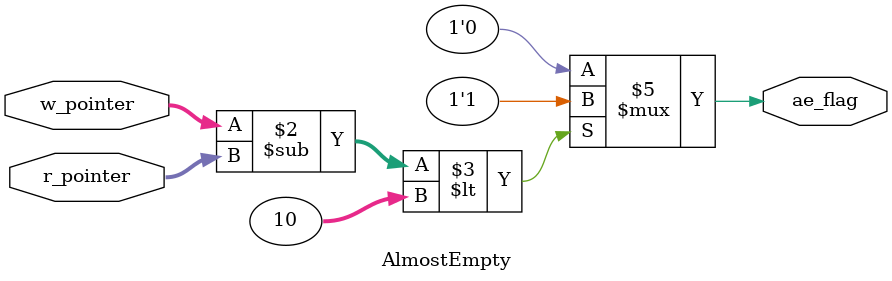
<source format=sv>
/***********************************************************
*** Filename: AlmostEmpty.sv    						 ***
***                                                      ***
*** this file generats the almost empty flag 		     ***
************************************************************
*/
`timescale 1ps/1ps
module AlmostEmpty
#(
SIZE=4
)
(
//inputs
input	[SIZE-1:0]	r_pointer,
input	[SIZE-1:0]	w_pointer,
//outputs
output				ae_flag
);

// reg
reg ae_flag;
	
//always block
always_comb 
begin
	if(w_pointer-r_pointer<10)//TODO fix this if statment to be a parameter
	begin
		ae_flag<=1;
	end 
	else 
	begin
		ae_flag<=0;
	end
end
endmodule	
	

</source>
